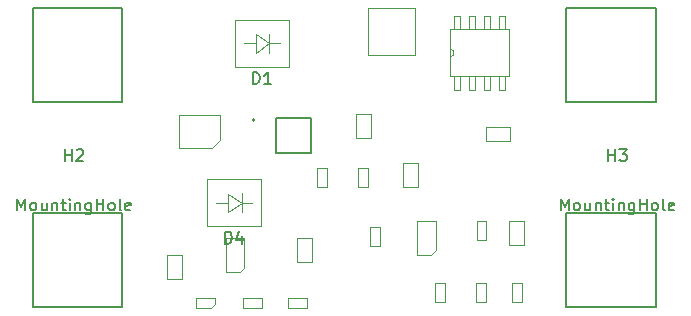
<source format=gbr>
%TF.GenerationSoftware,KiCad,Pcbnew,7.0.2*%
%TF.CreationDate,2023-12-10T20:37:23+01:00*%
%TF.ProjectId,Choinka_EE,43686f69-6e6b-4615-9f45-452e6b696361,rev?*%
%TF.SameCoordinates,Original*%
%TF.FileFunction,AssemblyDrawing,Top*%
%FSLAX46Y46*%
G04 Gerber Fmt 4.6, Leading zero omitted, Abs format (unit mm)*
G04 Created by KiCad (PCBNEW 7.0.2) date 2023-12-10 20:37:23*
%MOMM*%
%LPD*%
G01*
G04 APERTURE LIST*
%ADD10C,0.150000*%
%ADD11C,0.100000*%
%ADD12C,0.127000*%
%ADD13C,0.200000*%
%ADD14C,0.025400*%
G04 APERTURE END LIST*
D10*
%TO.C,H3*%
X124714285Y-121662619D02*
X124714285Y-120662619D01*
X124714285Y-120662619D02*
X125047618Y-121376904D01*
X125047618Y-121376904D02*
X125380951Y-120662619D01*
X125380951Y-120662619D02*
X125380951Y-121662619D01*
X125999999Y-121662619D02*
X125904761Y-121615000D01*
X125904761Y-121615000D02*
X125857142Y-121567380D01*
X125857142Y-121567380D02*
X125809523Y-121472142D01*
X125809523Y-121472142D02*
X125809523Y-121186428D01*
X125809523Y-121186428D02*
X125857142Y-121091190D01*
X125857142Y-121091190D02*
X125904761Y-121043571D01*
X125904761Y-121043571D02*
X125999999Y-120995952D01*
X125999999Y-120995952D02*
X126142856Y-120995952D01*
X126142856Y-120995952D02*
X126238094Y-121043571D01*
X126238094Y-121043571D02*
X126285713Y-121091190D01*
X126285713Y-121091190D02*
X126333332Y-121186428D01*
X126333332Y-121186428D02*
X126333332Y-121472142D01*
X126333332Y-121472142D02*
X126285713Y-121567380D01*
X126285713Y-121567380D02*
X126238094Y-121615000D01*
X126238094Y-121615000D02*
X126142856Y-121662619D01*
X126142856Y-121662619D02*
X125999999Y-121662619D01*
X127190475Y-120995952D02*
X127190475Y-121662619D01*
X126761904Y-120995952D02*
X126761904Y-121519761D01*
X126761904Y-121519761D02*
X126809523Y-121615000D01*
X126809523Y-121615000D02*
X126904761Y-121662619D01*
X126904761Y-121662619D02*
X127047618Y-121662619D01*
X127047618Y-121662619D02*
X127142856Y-121615000D01*
X127142856Y-121615000D02*
X127190475Y-121567380D01*
X127666666Y-120995952D02*
X127666666Y-121662619D01*
X127666666Y-121091190D02*
X127714285Y-121043571D01*
X127714285Y-121043571D02*
X127809523Y-120995952D01*
X127809523Y-120995952D02*
X127952380Y-120995952D01*
X127952380Y-120995952D02*
X128047618Y-121043571D01*
X128047618Y-121043571D02*
X128095237Y-121138809D01*
X128095237Y-121138809D02*
X128095237Y-121662619D01*
X128428571Y-120995952D02*
X128809523Y-120995952D01*
X128571428Y-120662619D02*
X128571428Y-121519761D01*
X128571428Y-121519761D02*
X128619047Y-121615000D01*
X128619047Y-121615000D02*
X128714285Y-121662619D01*
X128714285Y-121662619D02*
X128809523Y-121662619D01*
X129142857Y-121662619D02*
X129142857Y-120995952D01*
X129142857Y-120662619D02*
X129095238Y-120710238D01*
X129095238Y-120710238D02*
X129142857Y-120757857D01*
X129142857Y-120757857D02*
X129190476Y-120710238D01*
X129190476Y-120710238D02*
X129142857Y-120662619D01*
X129142857Y-120662619D02*
X129142857Y-120757857D01*
X129619047Y-120995952D02*
X129619047Y-121662619D01*
X129619047Y-121091190D02*
X129666666Y-121043571D01*
X129666666Y-121043571D02*
X129761904Y-120995952D01*
X129761904Y-120995952D02*
X129904761Y-120995952D01*
X129904761Y-120995952D02*
X129999999Y-121043571D01*
X129999999Y-121043571D02*
X130047618Y-121138809D01*
X130047618Y-121138809D02*
X130047618Y-121662619D01*
X130952380Y-120995952D02*
X130952380Y-121805476D01*
X130952380Y-121805476D02*
X130904761Y-121900714D01*
X130904761Y-121900714D02*
X130857142Y-121948333D01*
X130857142Y-121948333D02*
X130761904Y-121995952D01*
X130761904Y-121995952D02*
X130619047Y-121995952D01*
X130619047Y-121995952D02*
X130523809Y-121948333D01*
X130952380Y-121615000D02*
X130857142Y-121662619D01*
X130857142Y-121662619D02*
X130666666Y-121662619D01*
X130666666Y-121662619D02*
X130571428Y-121615000D01*
X130571428Y-121615000D02*
X130523809Y-121567380D01*
X130523809Y-121567380D02*
X130476190Y-121472142D01*
X130476190Y-121472142D02*
X130476190Y-121186428D01*
X130476190Y-121186428D02*
X130523809Y-121091190D01*
X130523809Y-121091190D02*
X130571428Y-121043571D01*
X130571428Y-121043571D02*
X130666666Y-120995952D01*
X130666666Y-120995952D02*
X130857142Y-120995952D01*
X130857142Y-120995952D02*
X130952380Y-121043571D01*
X131428571Y-121662619D02*
X131428571Y-120662619D01*
X131428571Y-121138809D02*
X131999999Y-121138809D01*
X131999999Y-121662619D02*
X131999999Y-120662619D01*
X132619047Y-121662619D02*
X132523809Y-121615000D01*
X132523809Y-121615000D02*
X132476190Y-121567380D01*
X132476190Y-121567380D02*
X132428571Y-121472142D01*
X132428571Y-121472142D02*
X132428571Y-121186428D01*
X132428571Y-121186428D02*
X132476190Y-121091190D01*
X132476190Y-121091190D02*
X132523809Y-121043571D01*
X132523809Y-121043571D02*
X132619047Y-120995952D01*
X132619047Y-120995952D02*
X132761904Y-120995952D01*
X132761904Y-120995952D02*
X132857142Y-121043571D01*
X132857142Y-121043571D02*
X132904761Y-121091190D01*
X132904761Y-121091190D02*
X132952380Y-121186428D01*
X132952380Y-121186428D02*
X132952380Y-121472142D01*
X132952380Y-121472142D02*
X132904761Y-121567380D01*
X132904761Y-121567380D02*
X132857142Y-121615000D01*
X132857142Y-121615000D02*
X132761904Y-121662619D01*
X132761904Y-121662619D02*
X132619047Y-121662619D01*
X133523809Y-121662619D02*
X133428571Y-121615000D01*
X133428571Y-121615000D02*
X133380952Y-121519761D01*
X133380952Y-121519761D02*
X133380952Y-120662619D01*
X134285714Y-121615000D02*
X134190476Y-121662619D01*
X134190476Y-121662619D02*
X134000000Y-121662619D01*
X134000000Y-121662619D02*
X133904762Y-121615000D01*
X133904762Y-121615000D02*
X133857143Y-121519761D01*
X133857143Y-121519761D02*
X133857143Y-121138809D01*
X133857143Y-121138809D02*
X133904762Y-121043571D01*
X133904762Y-121043571D02*
X134000000Y-120995952D01*
X134000000Y-120995952D02*
X134190476Y-120995952D01*
X134190476Y-120995952D02*
X134285714Y-121043571D01*
X134285714Y-121043571D02*
X134333333Y-121138809D01*
X134333333Y-121138809D02*
X134333333Y-121234047D01*
X134333333Y-121234047D02*
X133857143Y-121329285D01*
X128738095Y-117462619D02*
X128738095Y-116462619D01*
X128738095Y-116938809D02*
X129309523Y-116938809D01*
X129309523Y-117462619D02*
X129309523Y-116462619D01*
X129690476Y-116462619D02*
X130309523Y-116462619D01*
X130309523Y-116462619D02*
X129976190Y-116843571D01*
X129976190Y-116843571D02*
X130119047Y-116843571D01*
X130119047Y-116843571D02*
X130214285Y-116891190D01*
X130214285Y-116891190D02*
X130261904Y-116938809D01*
X130261904Y-116938809D02*
X130309523Y-117034047D01*
X130309523Y-117034047D02*
X130309523Y-117272142D01*
X130309523Y-117272142D02*
X130261904Y-117367380D01*
X130261904Y-117367380D02*
X130214285Y-117415000D01*
X130214285Y-117415000D02*
X130119047Y-117462619D01*
X130119047Y-117462619D02*
X129833333Y-117462619D01*
X129833333Y-117462619D02*
X129738095Y-117415000D01*
X129738095Y-117415000D02*
X129690476Y-117367380D01*
%TO.C,H2*%
X78714285Y-121662619D02*
X78714285Y-120662619D01*
X78714285Y-120662619D02*
X79047618Y-121376904D01*
X79047618Y-121376904D02*
X79380951Y-120662619D01*
X79380951Y-120662619D02*
X79380951Y-121662619D01*
X79999999Y-121662619D02*
X79904761Y-121615000D01*
X79904761Y-121615000D02*
X79857142Y-121567380D01*
X79857142Y-121567380D02*
X79809523Y-121472142D01*
X79809523Y-121472142D02*
X79809523Y-121186428D01*
X79809523Y-121186428D02*
X79857142Y-121091190D01*
X79857142Y-121091190D02*
X79904761Y-121043571D01*
X79904761Y-121043571D02*
X79999999Y-120995952D01*
X79999999Y-120995952D02*
X80142856Y-120995952D01*
X80142856Y-120995952D02*
X80238094Y-121043571D01*
X80238094Y-121043571D02*
X80285713Y-121091190D01*
X80285713Y-121091190D02*
X80333332Y-121186428D01*
X80333332Y-121186428D02*
X80333332Y-121472142D01*
X80333332Y-121472142D02*
X80285713Y-121567380D01*
X80285713Y-121567380D02*
X80238094Y-121615000D01*
X80238094Y-121615000D02*
X80142856Y-121662619D01*
X80142856Y-121662619D02*
X79999999Y-121662619D01*
X81190475Y-120995952D02*
X81190475Y-121662619D01*
X80761904Y-120995952D02*
X80761904Y-121519761D01*
X80761904Y-121519761D02*
X80809523Y-121615000D01*
X80809523Y-121615000D02*
X80904761Y-121662619D01*
X80904761Y-121662619D02*
X81047618Y-121662619D01*
X81047618Y-121662619D02*
X81142856Y-121615000D01*
X81142856Y-121615000D02*
X81190475Y-121567380D01*
X81666666Y-120995952D02*
X81666666Y-121662619D01*
X81666666Y-121091190D02*
X81714285Y-121043571D01*
X81714285Y-121043571D02*
X81809523Y-120995952D01*
X81809523Y-120995952D02*
X81952380Y-120995952D01*
X81952380Y-120995952D02*
X82047618Y-121043571D01*
X82047618Y-121043571D02*
X82095237Y-121138809D01*
X82095237Y-121138809D02*
X82095237Y-121662619D01*
X82428571Y-120995952D02*
X82809523Y-120995952D01*
X82571428Y-120662619D02*
X82571428Y-121519761D01*
X82571428Y-121519761D02*
X82619047Y-121615000D01*
X82619047Y-121615000D02*
X82714285Y-121662619D01*
X82714285Y-121662619D02*
X82809523Y-121662619D01*
X83142857Y-121662619D02*
X83142857Y-120995952D01*
X83142857Y-120662619D02*
X83095238Y-120710238D01*
X83095238Y-120710238D02*
X83142857Y-120757857D01*
X83142857Y-120757857D02*
X83190476Y-120710238D01*
X83190476Y-120710238D02*
X83142857Y-120662619D01*
X83142857Y-120662619D02*
X83142857Y-120757857D01*
X83619047Y-120995952D02*
X83619047Y-121662619D01*
X83619047Y-121091190D02*
X83666666Y-121043571D01*
X83666666Y-121043571D02*
X83761904Y-120995952D01*
X83761904Y-120995952D02*
X83904761Y-120995952D01*
X83904761Y-120995952D02*
X83999999Y-121043571D01*
X83999999Y-121043571D02*
X84047618Y-121138809D01*
X84047618Y-121138809D02*
X84047618Y-121662619D01*
X84952380Y-120995952D02*
X84952380Y-121805476D01*
X84952380Y-121805476D02*
X84904761Y-121900714D01*
X84904761Y-121900714D02*
X84857142Y-121948333D01*
X84857142Y-121948333D02*
X84761904Y-121995952D01*
X84761904Y-121995952D02*
X84619047Y-121995952D01*
X84619047Y-121995952D02*
X84523809Y-121948333D01*
X84952380Y-121615000D02*
X84857142Y-121662619D01*
X84857142Y-121662619D02*
X84666666Y-121662619D01*
X84666666Y-121662619D02*
X84571428Y-121615000D01*
X84571428Y-121615000D02*
X84523809Y-121567380D01*
X84523809Y-121567380D02*
X84476190Y-121472142D01*
X84476190Y-121472142D02*
X84476190Y-121186428D01*
X84476190Y-121186428D02*
X84523809Y-121091190D01*
X84523809Y-121091190D02*
X84571428Y-121043571D01*
X84571428Y-121043571D02*
X84666666Y-120995952D01*
X84666666Y-120995952D02*
X84857142Y-120995952D01*
X84857142Y-120995952D02*
X84952380Y-121043571D01*
X85428571Y-121662619D02*
X85428571Y-120662619D01*
X85428571Y-121138809D02*
X85999999Y-121138809D01*
X85999999Y-121662619D02*
X85999999Y-120662619D01*
X86619047Y-121662619D02*
X86523809Y-121615000D01*
X86523809Y-121615000D02*
X86476190Y-121567380D01*
X86476190Y-121567380D02*
X86428571Y-121472142D01*
X86428571Y-121472142D02*
X86428571Y-121186428D01*
X86428571Y-121186428D02*
X86476190Y-121091190D01*
X86476190Y-121091190D02*
X86523809Y-121043571D01*
X86523809Y-121043571D02*
X86619047Y-120995952D01*
X86619047Y-120995952D02*
X86761904Y-120995952D01*
X86761904Y-120995952D02*
X86857142Y-121043571D01*
X86857142Y-121043571D02*
X86904761Y-121091190D01*
X86904761Y-121091190D02*
X86952380Y-121186428D01*
X86952380Y-121186428D02*
X86952380Y-121472142D01*
X86952380Y-121472142D02*
X86904761Y-121567380D01*
X86904761Y-121567380D02*
X86857142Y-121615000D01*
X86857142Y-121615000D02*
X86761904Y-121662619D01*
X86761904Y-121662619D02*
X86619047Y-121662619D01*
X87523809Y-121662619D02*
X87428571Y-121615000D01*
X87428571Y-121615000D02*
X87380952Y-121519761D01*
X87380952Y-121519761D02*
X87380952Y-120662619D01*
X88285714Y-121615000D02*
X88190476Y-121662619D01*
X88190476Y-121662619D02*
X88000000Y-121662619D01*
X88000000Y-121662619D02*
X87904762Y-121615000D01*
X87904762Y-121615000D02*
X87857143Y-121519761D01*
X87857143Y-121519761D02*
X87857143Y-121138809D01*
X87857143Y-121138809D02*
X87904762Y-121043571D01*
X87904762Y-121043571D02*
X88000000Y-120995952D01*
X88000000Y-120995952D02*
X88190476Y-120995952D01*
X88190476Y-120995952D02*
X88285714Y-121043571D01*
X88285714Y-121043571D02*
X88333333Y-121138809D01*
X88333333Y-121138809D02*
X88333333Y-121234047D01*
X88333333Y-121234047D02*
X87857143Y-121329285D01*
X82738095Y-117462619D02*
X82738095Y-116462619D01*
X82738095Y-116938809D02*
X83309523Y-116938809D01*
X83309523Y-117462619D02*
X83309523Y-116462619D01*
X83738095Y-116557857D02*
X83785714Y-116510238D01*
X83785714Y-116510238D02*
X83880952Y-116462619D01*
X83880952Y-116462619D02*
X84119047Y-116462619D01*
X84119047Y-116462619D02*
X84214285Y-116510238D01*
X84214285Y-116510238D02*
X84261904Y-116557857D01*
X84261904Y-116557857D02*
X84309523Y-116653095D01*
X84309523Y-116653095D02*
X84309523Y-116748333D01*
X84309523Y-116748333D02*
X84261904Y-116891190D01*
X84261904Y-116891190D02*
X83690476Y-117462619D01*
X83690476Y-117462619D02*
X84309523Y-117462619D01*
%TO.C,D4*%
X96311905Y-124462619D02*
X96311905Y-123462619D01*
X96311905Y-123462619D02*
X96550000Y-123462619D01*
X96550000Y-123462619D02*
X96692857Y-123510238D01*
X96692857Y-123510238D02*
X96788095Y-123605476D01*
X96788095Y-123605476D02*
X96835714Y-123700714D01*
X96835714Y-123700714D02*
X96883333Y-123891190D01*
X96883333Y-123891190D02*
X96883333Y-124034047D01*
X96883333Y-124034047D02*
X96835714Y-124224523D01*
X96835714Y-124224523D02*
X96788095Y-124319761D01*
X96788095Y-124319761D02*
X96692857Y-124415000D01*
X96692857Y-124415000D02*
X96550000Y-124462619D01*
X96550000Y-124462619D02*
X96311905Y-124462619D01*
X97740476Y-123795952D02*
X97740476Y-124462619D01*
X97502381Y-123415000D02*
X97264286Y-124129285D01*
X97264286Y-124129285D02*
X97883333Y-124129285D01*
%TO.C,D1*%
X98661905Y-110962619D02*
X98661905Y-109962619D01*
X98661905Y-109962619D02*
X98900000Y-109962619D01*
X98900000Y-109962619D02*
X99042857Y-110010238D01*
X99042857Y-110010238D02*
X99138095Y-110105476D01*
X99138095Y-110105476D02*
X99185714Y-110200714D01*
X99185714Y-110200714D02*
X99233333Y-110391190D01*
X99233333Y-110391190D02*
X99233333Y-110534047D01*
X99233333Y-110534047D02*
X99185714Y-110724523D01*
X99185714Y-110724523D02*
X99138095Y-110819761D01*
X99138095Y-110819761D02*
X99042857Y-110915000D01*
X99042857Y-110915000D02*
X98900000Y-110962619D01*
X98900000Y-110962619D02*
X98661905Y-110962619D01*
X100185714Y-110962619D02*
X99614286Y-110962619D01*
X99900000Y-110962619D02*
X99900000Y-109962619D01*
X99900000Y-109962619D02*
X99804762Y-110105476D01*
X99804762Y-110105476D02*
X99709524Y-110200714D01*
X99709524Y-110200714D02*
X99614286Y-110248333D01*
D11*
%TO.C,D4*%
X94750000Y-123000000D02*
X99350000Y-123000000D01*
X94750000Y-123000000D02*
X94750000Y-119000000D01*
X97699440Y-120998980D02*
X96548820Y-121799080D01*
X97699440Y-121799080D02*
X97699440Y-120198880D01*
X97699440Y-120998980D02*
X96548820Y-120249680D01*
X99350000Y-119000000D02*
X99350000Y-123000000D01*
X94750000Y-119000000D02*
X99350000Y-119000000D01*
X97699440Y-120998980D02*
X98601140Y-120998980D01*
X96548820Y-120249680D02*
X96548820Y-121799080D01*
X96548820Y-120998980D02*
X95550600Y-120998980D01*
%TO.C,D1*%
X97100000Y-109500000D02*
X101700000Y-109500000D01*
X97100000Y-109500000D02*
X97100000Y-105500000D01*
X100049440Y-107498980D02*
X98898820Y-108299080D01*
X100049440Y-108299080D02*
X100049440Y-106698880D01*
X100049440Y-107498980D02*
X98898820Y-106749680D01*
X101700000Y-105500000D02*
X101700000Y-109500000D01*
X97100000Y-105500000D02*
X101700000Y-105500000D01*
X100049440Y-107498980D02*
X100951140Y-107498980D01*
X98898820Y-106749680D02*
X98898820Y-108299080D01*
X98898820Y-107498980D02*
X97900600Y-107498980D01*
%TO.C,C2*%
X92625000Y-125462500D02*
X92625000Y-127462500D01*
X91375000Y-125462500D02*
X92625000Y-125462500D01*
X92625000Y-127462500D02*
X91375000Y-127462500D01*
X91375000Y-127462500D02*
X91375000Y-125462500D01*
%TO.C,D3*%
X120600000Y-129387500D02*
X120600000Y-127787500D01*
X121400000Y-129387500D02*
X120600000Y-129387500D01*
X120600000Y-127787500D02*
X121400000Y-127787500D01*
X121400000Y-127787500D02*
X121400000Y-129387500D01*
%TO.C,R5*%
X118400000Y-114575000D02*
X120400000Y-114575000D01*
X118400000Y-115825000D02*
X118400000Y-114575000D01*
X120400000Y-114575000D02*
X120400000Y-115825000D01*
X120400000Y-115825000D02*
X118400000Y-115825000D01*
D12*
%TO.C,P3*%
X132750000Y-104550000D02*
X125150000Y-104550000D01*
X125150000Y-104550000D02*
X125150000Y-112450000D01*
X132750000Y-112450000D02*
X132750000Y-104550000D01*
X125150000Y-112450000D02*
X132750000Y-112450000D01*
D11*
%TO.C,U1*%
X97937500Y-126500000D02*
X97537500Y-126900000D01*
X97937500Y-124000000D02*
X97937500Y-126500000D01*
X97537500Y-126900000D02*
X96337500Y-126900000D01*
X96337500Y-126900000D02*
X96337500Y-124000000D01*
X96337500Y-124000000D02*
X97937500Y-124000000D01*
D12*
%TO.C,U2*%
X100605000Y-113825000D02*
X103605000Y-113825000D01*
X100605000Y-116825000D02*
X100605000Y-113825000D01*
X103605000Y-113825000D02*
X103605000Y-116825000D01*
X103605000Y-116825000D02*
X100605000Y-116825000D01*
D13*
X98805000Y-114025000D02*
G75*
G03*
X98805000Y-114025000I-100000J0D01*
G01*
D11*
%TO.C,C4*%
X109400000Y-123062500D02*
X109400000Y-124662500D01*
X108600000Y-123062500D02*
X109400000Y-123062500D01*
X109400000Y-124662500D02*
X108600000Y-124662500D01*
X108600000Y-124662500D02*
X108600000Y-123062500D01*
%TO.C,R7*%
X118412500Y-127787500D02*
X118412500Y-129387500D01*
X117587500Y-127787500D02*
X118412500Y-127787500D01*
X118412500Y-129387500D02*
X117587500Y-129387500D01*
X117587500Y-129387500D02*
X117587500Y-127787500D01*
%TO.C,R8*%
X121625000Y-122562500D02*
X121625000Y-124562500D01*
X120375000Y-122562500D02*
X121625000Y-122562500D01*
X121625000Y-124562500D02*
X120375000Y-124562500D01*
X120375000Y-124562500D02*
X120375000Y-122562500D01*
%TO.C,U4*%
X114162500Y-125050000D02*
X113762500Y-125450000D01*
X114162500Y-122550000D02*
X114162500Y-125050000D01*
X113762500Y-125450000D02*
X112562500Y-125450000D01*
X112562500Y-125450000D02*
X112562500Y-122550000D01*
X112562500Y-122550000D02*
X114162500Y-122550000D01*
D14*
%TO.C,U3*%
X115718700Y-111424550D02*
X116201300Y-111424550D01*
X116201300Y-111424550D02*
X116201300Y-110319650D01*
X116988700Y-111424550D02*
X117471300Y-111424550D01*
X117471300Y-111424550D02*
X117471300Y-110319650D01*
X118258700Y-111424550D02*
X118741300Y-111424550D01*
X118741300Y-111424550D02*
X118741300Y-110319650D01*
X119528700Y-111424550D02*
X120011300Y-111424550D01*
X120011300Y-111424550D02*
X120011300Y-110319650D01*
X115375800Y-110319650D02*
X120354200Y-110319650D01*
X115718700Y-110319650D02*
X115718700Y-111424550D01*
X116201300Y-110319650D02*
X115718700Y-110319650D01*
X116988700Y-110319650D02*
X116988700Y-111424550D01*
X117471300Y-110319650D02*
X116988700Y-110319650D01*
X118258700Y-110319650D02*
X118258700Y-111424550D01*
X118741300Y-110319650D02*
X118258700Y-110319650D01*
X119528700Y-110319650D02*
X119528700Y-111424550D01*
X120011300Y-110319650D02*
X119528700Y-110319650D01*
X120354200Y-110319650D02*
X120354200Y-106331850D01*
X115375800Y-106331850D02*
X115375800Y-110319650D01*
X115718700Y-106331850D02*
X116201300Y-106331850D01*
X116201300Y-106331850D02*
X116201300Y-105226950D01*
X116988700Y-106331850D02*
X117471300Y-106331850D01*
X117471300Y-106331850D02*
X117471300Y-105226950D01*
X118258700Y-106331850D02*
X118741300Y-106331850D01*
X118741300Y-106331850D02*
X118741300Y-105226950D01*
X119528700Y-106331850D02*
X120011300Y-106331850D01*
X120011300Y-106331850D02*
X120011300Y-105226950D01*
X120354200Y-106331850D02*
X115375800Y-106331850D01*
X115718700Y-105226950D02*
X115718700Y-106331850D01*
X116201300Y-105226950D02*
X115718700Y-105226950D01*
X116988700Y-105226950D02*
X116988700Y-106331850D01*
X117471300Y-105226950D02*
X116988700Y-105226950D01*
X118258700Y-105226950D02*
X118258700Y-106331850D01*
X118741300Y-105226950D02*
X118258700Y-105226950D01*
X119528700Y-105226950D02*
X119528700Y-106331850D01*
X120011300Y-105226950D02*
X119528700Y-105226950D01*
X115375800Y-108630550D02*
G75*
G03*
X115375800Y-108020950I0J304800D01*
G01*
D11*
%TO.C,C6*%
X95875000Y-115700000D02*
X95875000Y-113600000D01*
X95875000Y-113600000D02*
X92375000Y-113600000D01*
X95175000Y-116400000D02*
X95875000Y-115700000D01*
X92375000Y-116400000D02*
X95175000Y-116400000D01*
X92375000Y-113600000D02*
X92375000Y-116400000D01*
%TO.C,R3*%
X104087500Y-119712500D02*
X104087500Y-118112500D01*
X104912500Y-119712500D02*
X104087500Y-119712500D01*
X104087500Y-118112500D02*
X104912500Y-118112500D01*
X104912500Y-118112500D02*
X104912500Y-119712500D01*
%TO.C,C1*%
X103625000Y-124037500D02*
X103625000Y-126037500D01*
X102375000Y-124037500D02*
X103625000Y-124037500D01*
X103625000Y-126037500D02*
X102375000Y-126037500D01*
X102375000Y-126037500D02*
X102375000Y-124037500D01*
%TO.C,L1*%
X108400000Y-104500000D02*
X108400000Y-108500000D01*
X108400000Y-108500000D02*
X112400000Y-108500000D01*
X112400000Y-104500000D02*
X108400000Y-104500000D01*
X112400000Y-108500000D02*
X112400000Y-104500000D01*
%TO.C,R1*%
X97787500Y-129087500D02*
X99387500Y-129087500D01*
X97787500Y-129912500D02*
X97787500Y-129087500D01*
X99387500Y-129087500D02*
X99387500Y-129912500D01*
X99387500Y-129912500D02*
X97787500Y-129912500D01*
D12*
%TO.C,P1*%
X80000000Y-112450000D02*
X87600000Y-112450000D01*
X87600000Y-112450000D02*
X87600000Y-104550000D01*
X80000000Y-104550000D02*
X80000000Y-112450000D01*
X87600000Y-104550000D02*
X80000000Y-104550000D01*
D11*
%TO.C,C7*%
X118400000Y-122562500D02*
X118400000Y-124162500D01*
X117600000Y-122562500D02*
X118400000Y-122562500D01*
X118400000Y-124162500D02*
X117600000Y-124162500D01*
X117600000Y-124162500D02*
X117600000Y-122562500D01*
%TO.C,D2*%
X95425000Y-129600000D02*
X95425000Y-129100000D01*
X95425000Y-129100000D02*
X93825000Y-129100000D01*
X95125000Y-129900000D02*
X95425000Y-129600000D01*
X93825000Y-129900000D02*
X95125000Y-129900000D01*
X93825000Y-129100000D02*
X93825000Y-129900000D01*
%TO.C,C3*%
X108625000Y-113537500D02*
X108625000Y-115537500D01*
X107375000Y-113537500D02*
X108625000Y-113537500D01*
X108625000Y-115537500D02*
X107375000Y-115537500D01*
X107375000Y-115537500D02*
X107375000Y-113537500D01*
%TO.C,R6*%
X114912500Y-127787500D02*
X114912500Y-129387500D01*
X114087500Y-127787500D02*
X114912500Y-127787500D01*
X114912500Y-129387500D02*
X114087500Y-129387500D01*
X114087500Y-129387500D02*
X114087500Y-127787500D01*
D12*
%TO.C,P2*%
X80000000Y-129800000D02*
X87600000Y-129800000D01*
X87600000Y-129800000D02*
X87600000Y-121900000D01*
X80000000Y-121900000D02*
X80000000Y-129800000D01*
X87600000Y-121900000D02*
X80000000Y-121900000D01*
D11*
%TO.C,R2*%
X101612500Y-129087500D02*
X103212500Y-129087500D01*
X101612500Y-129912500D02*
X101612500Y-129087500D01*
X103212500Y-129087500D02*
X103212500Y-129912500D01*
X103212500Y-129912500D02*
X101612500Y-129912500D01*
D12*
%TO.C,P4*%
X132750000Y-121900000D02*
X125150000Y-121900000D01*
X125150000Y-121900000D02*
X125150000Y-129800000D01*
X132750000Y-129800000D02*
X132750000Y-121900000D01*
X125150000Y-129800000D02*
X132750000Y-129800000D01*
D11*
%TO.C,C5*%
X112625000Y-117682500D02*
X112625000Y-119682500D01*
X111375000Y-117682500D02*
X112625000Y-117682500D01*
X112625000Y-119682500D02*
X111375000Y-119682500D01*
X111375000Y-119682500D02*
X111375000Y-117682500D01*
%TO.C,R4*%
X108412500Y-118112500D02*
X108412500Y-119712500D01*
X107587500Y-118112500D02*
X108412500Y-118112500D01*
X108412500Y-119712500D02*
X107587500Y-119712500D01*
X107587500Y-119712500D02*
X107587500Y-118112500D01*
%TD*%
M02*

</source>
